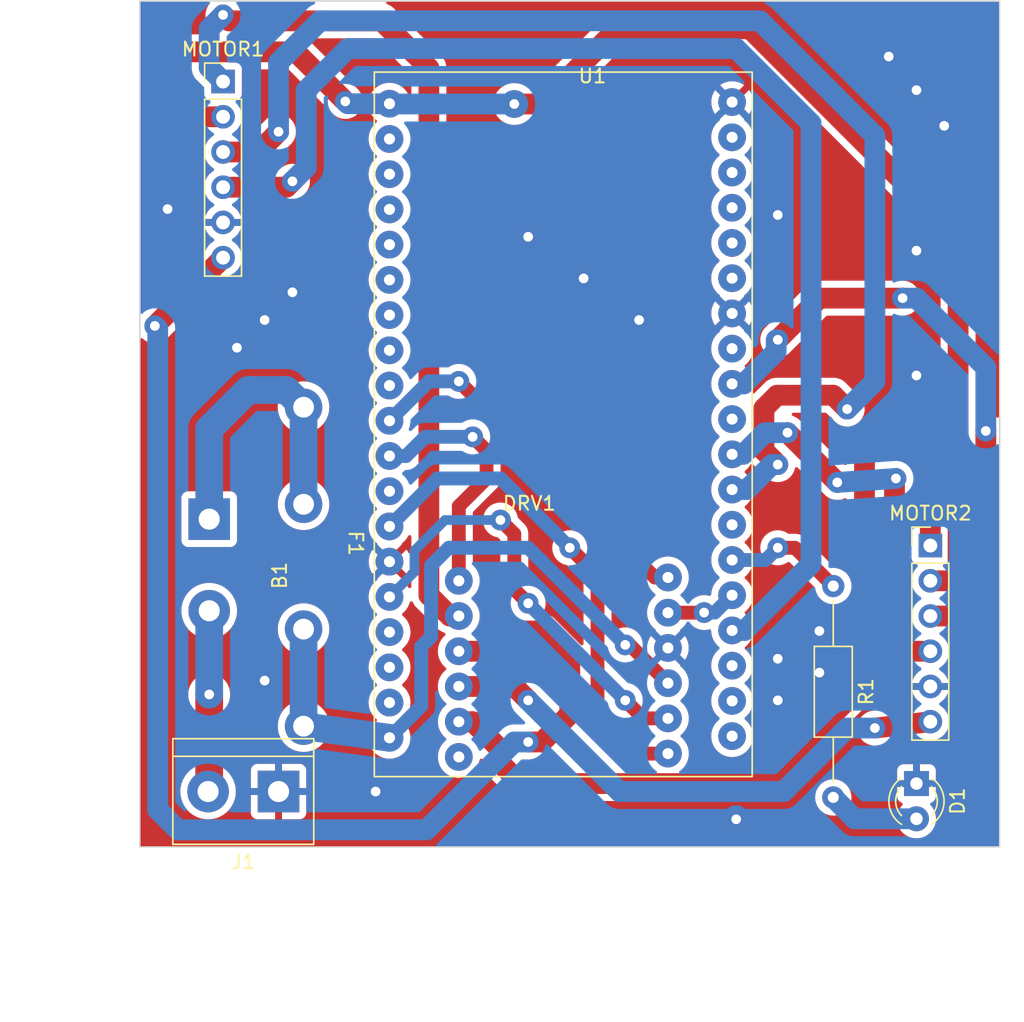
<source format=kicad_pcb>
(kicad_pcb (version 20221018) (generator pcbnew)
  (title_block (title "Placa 2.0"))
  (layers (0 "F.Cu" signal) (31 "B.Cu" signal) (34 "B.Paste" user) (35 "F.Paste" user) (36 "B.SilkS" user "B.Silkscreen") (37 "F.SilkS" user "F.Silkscreen") (38 "B.Mask" user) (39 "F.Mask" user) (44 "Edge.Cuts" user))
  (net 0 "")
  (net 1 "Earth")
  (net 2 "Net-(D1-A)")
  (net 3 "Net-(M1-SCL)")
  (net 4 "Net-(M1-SDA)")
  (net 5 "Net-(MOTOR1-Pin_3)")
  (net 6 "Net-(MOTOR1-Pin_4)")
  (net 7 "Net-(MOTOR2-Pin_3)")
  (net 8 "Net-(U1-G0)")
  (net 16 "Net-(DRV1-VCC)")
  (net 28 "Net-(M1-VCC)")
  (net 29 "Net-(DRV1-OUT1)")
  (net 30 "Net-(DRV1-OUT2)")
  (net 31 "Net-(DRV1-OUT3)")
  (net 33 "Net-(DRV1-IN4)")
  (net 34 "Net-(DRV1-EEP)")
  (net 36 "Net-(DRV1-IN1)")
  (net 37 "Net-(DRV1-IN2)")
  (net 39 "Net-(DRV1-IN3)")
  (net 41 "Net-(J1-Pin_1)")
  (footprint "Connector_PinHeader_2.54mm:PinHeader_1x06_P2.54mm_Vertical" (layer "F.Cu") (at 143 108.265)
    (fp_text reference "MOTOR2" (at 0 -2.33) (layer "F.SilkS"))
    (fp_text value "Conn_01x06_Male")
    (fp_line (start -1.33 -1.33) (end 0 -1.33) (stroke (width 0.12)) (layer "F.SilkS"))
    (fp_line (start -1.33 0) (end -1.33 -1.33) (stroke (width 0.12)) (layer "F.SilkS"))
    (fp_line (start -1.33 1.27) (end -1.33 14.03) (stroke (width 0.12)) (layer "F.SilkS"))
    (fp_line (start -1.33 1.27) (end 1.33 1.27) (stroke (width 0.12)) (layer "F.SilkS"))
    (fp_line (start -1.33 14.03) (end 1.33 14.03) (stroke (width 0.12)) (layer "F.SilkS"))
    (fp_line (start 1.33 1.27) (end 1.33 14.03) (stroke (width 0.12)) (layer "F.SilkS"))
    (pad "1" thru_hole rect (at 0 0) (size 1.7 1.7) (drill 1) (layers "*.Cu" "*.Mask") (net 28 "Net-(M1-VCC)"))
    (pad "2" thru_hole oval (at 0 2.54) (size 1.7 1.7) (drill 1) (layers "*.Cu" "*.Mask") (net 28 "Net-(M1-VCC)"))
    (pad "3" thru_hole oval (at 0 5.08) (size 1.7 1.7) (drill 1) (layers "*.Cu" "*.Mask") (net 7 "Net-(MOTOR2-Pin_3)"))
    (pad "4" thru_hole oval (at 0 7.62) (size 1.7 1.7) (drill 1) (layers "*.Cu" "*.Mask") (net 28 "Net-(M1-VCC)"))
    (pad "5" thru_hole oval (at 0 10.16) (size 1.7 1.7) (drill 1) (layers "*.Cu" "*.Mask") (net 1 "Earth"))
    (pad "6" thru_hole oval (at 0 12.7) (size 1.7 1.7) (drill 1) (layers "*.Cu" "*.Mask") (net 31 "Net-(DRV1-OUT3)"))
  )
  (footprint "TerminalBlock:TerminalBlock_bornier-2_P5.08mm" (layer "F.Cu") (at 96 126 180)
    (fp_text reference "J1" (at 2.54 -5.08) (layer "F.SilkS"))
    (fp_text value "Conn_01x02_Male")
    (fp_line (start -2.54 -3.81) (end -2.54 3.81) (stroke (width 0.12)) (layer "F.SilkS"))
    (fp_line (start -2.54 3.81) (end 7.62 3.81) (stroke (width 0.12)) (layer "F.SilkS"))
    (fp_line (start 7.62 -3.81) (end -2.54 -3.81) (stroke (width 0.12)) (layer "F.SilkS"))
    (fp_line (start 7.62 2.54) (end -2.54 2.54) (stroke (width 0.12)) (layer "F.SilkS"))
    (fp_line (start 7.62 3.81) (end 7.62 -3.81) (stroke (width 0.12)) (layer "F.SilkS"))
    (pad "1" thru_hole circle (at 5.08 0 180) (size 3 3) (drill 1.52) (layers "*.Cu" "*.Mask") (net 41 "Net-(J1-Pin_1)") (clearance 0.5))
    (pad "e" thru_hole rect (at 0 0 180) (size 3 3) (drill 1.52) (layers "*.Cu" "*.Mask") (net 1 "Earth"))
  )
  (footprint "LED_THT:LED_D3.0mm" (layer "F.Cu") (at 142 125.425 -90)
    (fp_text reference "D1" (at 1.27 -2.96 -270) (layer "F.SilkS"))
    (fp_text value "LED")
    (fp_line (start -0.29 -1.236) (end -0.29 -1.08) (stroke (width 0.12)) (layer "F.SilkS"))
    (fp_line (start -0.29 1.08) (end -0.29 1.236) (stroke (width 0.12)) (layer "F.SilkS"))
    (fp_arc (start -0.29 -1.235516) (mid 1.366487 -1.987659) (end 2.942335 -1.078608) (stroke (width 0.12)) (layer "F.SilkS"))
    (fp_arc (start 0.229039 -1.08) (mid 1.270117 -1.5) (end 2.31113 -1.079837) (stroke (width 0.12)) (layer "F.SilkS"))
    (fp_arc (start 2.31113 1.079837) (mid 1.270117 1.5) (end 0.229039 1.08) (stroke (width 0.12)) (layer "F.SilkS"))
    (fp_arc (start 2.942335 1.078608) (mid 1.366487 1.987659) (end -0.29 1.235516) (stroke (width 0.12)) (layer "F.SilkS"))
    (pad "1" thru_hole rect (at 0 0 270) (size 1.8 1.8) (drill 0.9) (layers "*.Cu" "*.Mask") (net 1 "Earth"))
    (pad "2" thru_hole circle (at 2.54 0 270) (size 1.8 1.8) (drill 0.9) (layers "*.Cu" "*.Mask") (net 2 "Net-(D1-A)"))
  )
  (footprint "TerminalBlock:TerminalBlock_bornier-2_P5.08mm" (layer "F.Cu") (at 91 107.885 -90)
    (fp_text reference "B1" (at 2.54 -5.08 90) (layer "F.SilkS"))
    (fp_text value "SWITCH")
    (pad "1" thru_hole rect (at -1.524 0 270) (size 3 3) (drill 1.52) (layers "*.Cu" "*.Mask") (net 16 "Net-(DRV1-VCC)"))
    (pad "2" thru_hole circle (at 5.08 0 270) (size 3 3) (drill 1.52) (layers "*.Cu" "*.Mask") (net 41 "Net-(J1-Pin_1)"))
  )
  (footprint "Connector_PinHeader_2.54mm:PinHeader_1x06_P2.54mm_Vertical" (layer "F.Cu") (at 92 74.805)
    (fp_text reference "MOTOR1" (at 0 -2.33) (layer "F.SilkS"))
    (fp_text value "Conn_01x06_Male")
    (fp_line (start -1.33 -1.33) (end 0 -1.33) (stroke (width 0.12)) (layer "F.SilkS"))
    (fp_line (start -1.33 0) (end -1.33 -1.33) (stroke (width 0.12)) (layer "F.SilkS"))
    (fp_line (start -1.33 1.27) (end -1.33 14.03) (stroke (width 0.12)) (layer "F.SilkS"))
    (fp_line (start -1.33 1.27) (end 1.33 1.27) (stroke (width 0.12)) (layer "F.SilkS"))
    (fp_line (start -1.33 14.03) (end 1.33 14.03) (stroke (width 0.12)) (layer "F.SilkS"))
    (fp_line (start 1.33 1.27) (end 1.33 14.03) (stroke (width 0.12)) (layer "F.SilkS"))
    (pad "1" thru_hole rect (at 0 0) (size 1.7 1.7) (drill 1) (layers "*.Cu" "*.Mask") (net 29 "Net-(DRV1-OUT1)"))
    (pad "2" thru_hole oval (at 0 2.54) (size 1.7 1.7) (drill 1) (layers "*.Cu" "*.Mask") (net 28 "Net-(M1-VCC)"))
    (pad "3" thru_hole oval (at 0 5.08) (size 1.7 1.7) (drill 1) (layers "*.Cu" "*.Mask") (net 5 "Net-(MOTOR1-Pin_3)"))
    (pad "4" thru_hole oval (at 0 7.62) (size 1.7 1.7) (drill 1) (layers "*.Cu" "*.Mask") (net 6 "Net-(MOTOR1-Pin_4)"))
    (pad "5" thru_hole oval (at 0 10.16) (size 1.7 1.7) (drill 1) (layers "*.Cu" "*.Mask") (net 1 "Earth"))
    (pad "6" thru_hole oval (at 0 12.7) (size 1.7 1.7) (drill 1) (layers "*.Cu" "*.Mask") (net 30 "Net-(DRV1-OUT2)"))
  )
  (footprint "ESP 38:ESP 38 PINOS" (layer "F.Cu") (at 116.905 100.505)
    (fp_text reference "U1" (at 1.732 -26.095 unlocked) (layer "F.SilkS"))
    (fp_text value "ESP38PINOS")
    (fp_rect (start -14 -26.38) (end 13.248 24.42) (stroke (width 0.12)) (fill none) (layer "F.SilkS"))
    (pad "A0" thru_hole circle (at -12.905 -24.1) (size 2 2) (drill 0.8) (layers "*.Cu" "*.Mask") (net 28 "Net-(M1-VCC)"))
    (pad "A1" thru_hole circle (at -12.905 -21.56) (size 2 2) (drill 0.8) (layers "*.Cu" "*.Mask" "B.Paste"))
    (pad "A2" thru_hole circle (at -12.905 -19.02) (size 2 2) (drill 0.8) (layers "*.Cu" "B.Mask"))
    (pad "A3" thru_hole circle (at -12.905 -16.48) (size 2 2) (drill 0.8) (layers "*.Cu" "*.Mask" "Eco1.User"))
    (pad "A4" thru_hole circle (at -12.905 -13.94) (size 2 2) (drill 0.8) (layers "*.Cu" "*.Mask"))
    (pad "A5" thru_hole circle (at -12.905 -11.4) (size 2 2) (drill 0.8) (layers "*.Cu" "*.Mask" "Eco1.User"))
    (pad "A6" thru_hole circle (at -12.905 -8.86) (size 2 2) (drill 0.8) (layers "*.Cu" "*.Mask"))
    (pad "A7" thru_hole circle (at -12.905 -6.32) (size 2 2) (drill 0.8) (layers "*.Cu" "*.Mask"))
    (pad "A8" thru_hole circle (at -12.905 -3.78) (size 2 2) (drill 0.8) (layers "*.Cu" "*.Mask"))
    (pad "A9" thru_hole circle (at -12.905 -1.24) (size 2 2) (drill 0.8) (layers "*.Cu" "*.Mask") (net 33 "Net-(DRV1-IN4)"))
    (pad "A10" thru_hole circle (at -12.905 1.3) (size 2 2) (drill 0.8) (layers "*.Cu" "*.Mask") (net 34 "Net-(DRV1-EEP)"))
    (pad "A11" thru_hole circle (at -12.905 3.84) (size 2 2) (drill 0.8) (layers "*.Cu" "*.Mask"))
    (pad "A12" thru_hole circle (at -12.905 6.38) (size 2 2) (drill 0.8) (layers "*.Cu" "*.Mask") (net 36 "Net-(DRV1-IN1)"))
    (pad "A13" thru_hole circle (at -12.905 8.92) (size 2 2) (drill 0.8) (layers "*.Cu" "*.Mask") (net 1 "Earth"))
    (pad "A14" thru_hole circle (at -12.905 11.46) (size 2 2) (drill 0.8) (layers "*.Cu" "*.Mask") (net 37 "Net-(DRV1-IN2)"))
    (pad "A15" thru_hole circle (at -12.905 14) (size 2 2) (drill 0.8) (layers "*.Cu" "*.Mask"))
    (pad "A16" thru_hole circle (at -12.905 16.54) (size 2 2) (drill 0.8) (layers "*.Cu" "*.Mask"))
    (pad "A17" thru_hole circle (at -12.905 19.08) (size 2 2) (drill 0.8) (layers "*.Cu" "*.Mask"))
    (pad "A18" thru_hole circle (at -12.905 21.62) (size 2 2) (drill 0.8) (layers "*.Cu" "*.Mask") (net 16 "Net-(DRV1-VCC)"))
    (pad "A19" thru_hole circle (at 11.8 -24.22) (size 2 2) (drill 0.8) (layers "*.Cu" "*.Mask") (net 1 "Earth"))
    (pad "A20" thru_hole circle (at 11.8 -21.68) (size 2 2) (drill 0.8) (layers "*.Cu" "*.Mask"))
    (pad "A21" thru_hole circle (at 11.8 -19.14) (size 2 2) (drill 0.8) (layers "*.Cu" "*.Mask") (net 3 "Net-(M1-SCL)"))
    (pad "A22" thru_hole circle (at 11.8 -16.6) (size 2 2) (drill 0.8) (layers "*.Cu" "*.Mask"))
    (pad "A23" thru_hole circle (at 11.8 -14.06) (size 2 2) (drill 0.8) (layers "*.Cu" "*.Mask"))
    (pad "A24" thru_hole circle (at 11.8 -11.52) (size 2 2) (drill 0.8) (layers "*.Cu" "*.Mask") (net 4 "Net-(M1-SDA)"))
    (pad "A25" thru_hole circle (at 11.8 -8.98) (size 2 2) (drill 0.8) (layers "*.Cu" "*.Mask") (net 1 "Earth"))
    (pad "A26" thru_hole circle (at 11.8 -6.44) (size 2 2) (drill 0.8) (layers "*.Cu" "*.Mask"))
    (pad "A27" thru_hole circle (at 11.8 -3.9) (size 2 2) (drill 0.8) (layers "*.Cu" "*.Mask") (net 7 "Net-(MOTOR2-Pin_3)"))
    (pad "A28" thru_hole circle (at 11.8 -1.36) (size 2 2) (drill 0.8) (layers "*.Cu" "*.Mask"))
    (pad "A29" thru_hole circle (at 11.8 1.18) (size 2 2) (drill 0.8) (layers "*.Cu" "*.Mask") (net 28 "Net-(M1-VCC)"))
    (pad "A30" thru_hole circle (at 11.8 3.72) (size 2 2) (drill 0.8) (layers "*.Cu" "*.Mask") (net 5 "Net-(MOTOR1-Pin_3)"))
    (pad "A31" thru_hole circle (at 11.8 6.26) (size 2 2) (drill 0.8) (layers "*.Cu" "*.Mask"))
    (pad "A32" thru_hole circle (at 11.8 8.8) (size 2 2) (drill 0.8) (layers "*.Cu" "*.Mask") (net 8 "Net-(U1-G0)"))
    (pad "A33" thru_hole circle (at 11.8 11.34) (size 2 2) (drill 0.8) (layers "*.Cu" "*.Mask") (net 39 "Net-(DRV1-IN3)"))
    (pad "A34" thru_hole circle (at 11.8 13.88) (size 2 2) (drill 0.8) (layers "*.Cu" "*.Mask") (net 6 "Net-(MOTOR1-Pin_4)"))
    (pad "A35" thru_hole circle (at 11.8 16.42) (size 2 2) (drill 0.8) (layers "*.Cu" "*.Mask"))
    (pad "A36" thru_hole circle (at 11.8 18.96) (size 2 2) (drill 0.8) (layers "*.Cu" "*.Mask"))
    (pad "A37" thru_hole circle (at 11.8 21.5) (size 2 2) (drill 0.8) (layers "*.Cu" "*.Mask"))
  )
  (footprint "Resistor_THT:R_Axial_DIN0207_L6.3mm_D2.5mm_P15.24mm_Horizontal" (layer "F.Cu") (at 136 111.185 -90)
    (fp_text reference "R1" (at 7.62 -2.37 90) (layer "F.SilkS"))
    (fp_text value "R_US")
    (fp_line (start 1.04 0) (end 4.35 0) (stroke (width 0.12)) (layer "F.SilkS"))
    (fp_line (start 4.35 -1.37) (end 4.35 1.37) (stroke (width 0.12)) (layer "F.SilkS"))
    (fp_line (start 4.35 1.37) (end 10.89 1.37) (stroke (width 0.12)) (layer "F.SilkS"))
    (fp_line (start 10.89 -1.37) (end 4.35 -1.37) (stroke (width 0.12)) (layer "F.SilkS"))
    (fp_line (start 10.89 1.37) (end 10.89 -1.37) (stroke (width 0.12)) (layer "F.SilkS"))
    (fp_line (start 14.2 0) (end 10.89 0) (stroke (width 0.12)) (layer "F.SilkS"))
    (pad "1" thru_hole circle (at 0 0 270) (size 1.6 1.6) (drill 0.8) (layers "*.Cu" "*.Mask") (net 8 "Net-(U1-G0)"))
    (pad "2" thru_hole oval (at 15.24 0 270) (size 1.6 1.6) (drill 0.8) (layers "*.Cu" "*.Mask") (net 2 "Net-(D1-A)"))
  )
  (footprint "ESP 38:FUSIVEL" (layer "F.Cu") (at 108.804178 100.288214 -90)
    (fp_text reference "F1" (at 7.809694 7.239327 -90 unlocked) (layer "F.SilkS"))
    (fp_text value "Fusivel")
    (pad "A1" thru_hole circle (at -2 11 270) (size 2.7 2.7) (drill 1.5) (layers "*.Cu" "*.Mask") (net 16 "Net-(DRV1-VCC)"))
    (pad "A2" thru_hole circle (at 5 11 270) (size 2.7 2.7) (drill 1.5) (layers "*.Cu" "*.Mask") (net 16 "Net-(DRV1-VCC)"))
    (pad "A3" thru_hole circle (at 14 11 270) (size 2.7 2.7) (drill 1.5) (layers "*.Cu" "*.Mask") (net 16 "Net-(DRV1-VCC)"))
    (pad "A4" thru_hole circle (at 21 11 270) (size 2.7 2.7) (drill 1.5) (layers "*.Cu" "*.Mask") (net 16 "Net-(DRV1-VCC)"))
  )
  (footprint "DRV8833:DRV8833" (layer "F.Cu") (at 114.08 105.725)
    (fp_text reference "DRV1" (at 0 -0.5 unlocked) (layer "F.SilkS"))
    (fp_text value "~")
    (pad "A0" thru_hole circle (at -5.08 5.08) (size 2 2) (drill 0.8) (layers "*.Cu" "*.Mask") (net 34 "Net-(DRV1-EEP)"))
    (pad "A1" thru_hole circle (at -5.08 7.62) (size 2 2) (drill 0.8) (layers "*.Cu" "*.Mask") (net 29 "Net-(DRV1-OUT1)"))
    (pad "A2" thru_hole circle (at -5.08 10.16) (size 2 2) (drill 0.8) (layers "*.Cu" "*.Mask") (net 30 "Net-(DRV1-OUT2)"))
    (pad "A3" thru_hole circle (at -5.08 12.7) (size 2 2) (drill 0.8) (layers "*.Cu" "*.Mask") (net 31 "Net-(DRV1-OUT3)"))
    (pad "A4" thru_hole circle (at -5.08 15.24) (size 2 2) (drill 0.8) (layers "*.Cu" "*.Mask") (net 28 "Net-(M1-VCC)"))
    (pad "A5" thru_hole circle (at -5.08 17.78) (size 2 2) (drill 0.8) (layers "*.Cu" "*.Mask"))
    (pad "A6" thru_hole circle (at 10 4.84) (size 2 2) (drill 0.8) (layers "*.Cu" "*.Mask") (net 33 "Net-(DRV1-IN4)"))
    (pad "A7" thru_hole circle (at 10 7.38) (size 2 2) (drill 0.8) (layers "*.Cu" "*.Mask") (net 39 "Net-(DRV1-IN3)"))
    (pad "A8" thru_hole circle (at 10 9.92) (size 2 2) (drill 0.8) (layers "*.Cu" "*.Mask") (net 1 "Earth"))
    (pad "A9" thru_hole circle (at 10 12.46) (size 2 2) (drill 0.8) (layers "*.Cu" "*.Mask") (net 16 "Net-(DRV1-VCC)"))
    (pad "A10" thru_hole circle (at 10 15) (size 2 2) (drill 0.8) (layers "*.Cu" "*.Mask") (net 37 "Net-(DRV1-IN2)"))
    (pad "A11" thru_hole circle (at 10 17.54) (size 2 2) (drill 0.8) (layers "*.Cu" "*.Mask") (net 36 "Net-(DRV1-IN1)"))
  )
  (gr_line (start 86 69) (end 86 130) (stroke (width 0.1)) (layer "Edge.Cuts"))
  (gr_line (start 148 69) (end 148 130) (stroke (width 0.1)) (layer "Edge.Cuts"))
  (gr_line (start 86 130) (end 148 130) (stroke (width 0.1)) (layer "Edge.Cuts"))
  (gr_line (start 86 69) (end 148 69) (stroke (width 0.1)) (layer "Edge.Cuts"))
  (via (at 140 73) (size 2) (drill 0.7) (layers "F.Cu" "B.Cu") (net 1))
  (via (at 132 119.425) (size 2) (drill 0.7) (layers "F.Cu" "B.Cu") (net 1))
  (via (at 142 87) (size 2) (drill 0.7) (layers "F.Cu" "B.Cu") (net 1))
  (via (at 129 128) (size 2) (drill 0.7) (layers "F.Cu" "B.Cu") (net 1))
  (via (at 88 84) (size 1.5) (drill 0.7) (layers "F.Cu" "B.Cu") (net 1))
  (via (at 135 114.425) (size 2) (drill 0.7) (layers "F.Cu" "B.Cu") (net 1))
  (via (at 144 78) (size 2) (drill 0.7) (layers "F.Cu" "B.Cu") (net 1))
  (via (at 122 92) (size 2) (drill 0.7) (layers "F.Cu" "B.Cu") (net 1))
  (via (at 118 89) (size 2) (drill 0.7) (layers "F.Cu" "B.Cu") (net 1))
  (via (at 142 96) (size 2) (drill 0.7) (layers "F.Cu" "B.Cu") (net 1))
  (via (at 132 116.425) (size 2) (drill 0.7) (layers "F.Cu" "B.Cu") (net 1))
  (via (at 97 90) (size 2) (drill 0.7) (layers "F.Cu" "B.Cu") (net 1))
  (via (at 114 86) (size 2) (drill 0.7) (layers "F.Cu" "B.Cu") (net 1))
  (via (at 132 84.425) (size 2) (drill 0.7) (layers "F.Cu" "B.Cu") (net 1))
  (via (at 93 94) (size 2) (drill 0.7) (layers "F.Cu" "B.Cu") (net 1))
  (via (at 142 75.425) (size 2) (drill 0.7) (layers "F.Cu" "B.Cu") (net 1))
  (via (at 95 118) (size 2) (drill 0.7) (layers "F.Cu" "B.Cu") (net 1))
  (via (at 135 117.425) (size 2) (drill 0.7) (layers "F.Cu" "B.Cu") (net 1))
  (via (at 103 126) (size 2) (drill 0.7) (layers "F.Cu" "B.Cu") (net 1))
  (via (at 95 92) (size 2) (drill 0.7) (layers "F.Cu" "B.Cu") (net 1))
  (segment (start 137.54 127.965) (end 142 127.965) (width 1.5) (layer "B.Cu") (net 2))
  (segment (start 136 126.425) (end 137.54 127.965) (width 1.5) (layer "B.Cu") (net 2))
  (segment (start 137 98.425) (end 136 97.425) (width 1.5) (layer "F.Cu") (net 5))
  (segment (start 136 97.425) (end 131.947024 97.425) (width 1.5) (layer "F.Cu") (net 5))
  (segment (start 131.947024 97.425) (end 131 98.372024) (width 1.5) (layer "F.Cu") (net 5))
  (segment (start 94.54 79.885) (end 96 78.425) (width 1.5) (layer "F.Cu") (net 5))
  (segment (start 131 98.372024) (end 131 101.425) (width 1.5) (layer "F.Cu") (net 5))
  (segment (start 92 79.885) (end 94.54 79.885) (width 1.5) (layer "F.Cu") (net 5))
  (segment (start 131 101.425) (end 132 102.425) (width 1.5) (layer "F.Cu") (net 5))
  (via (at 132 102.425) (size 1.5) (drill 0.7) (layers "F.Cu" "B.Cu") (net 5))
  (via (at 137 98.425) (size 1.5) (drill 0.7) (layers "F.Cu" "B.Cu") (net 5))
  (via (at 96 78.425) (size 1.5) (drill 0.7) (layers "F.Cu" "B.Cu") (net 5))
  (segment (start 99 70.425) (end 96 73.425) (width 1.5) (layer "B.Cu") (net 5))
  (segment (start 131.575 102.425) (end 129.775 104.225) (width 1.5) (layer "B.Cu") (net 5))
  (segment (start 132 102.425) (end 131.575 102.425) (width 1.5) (layer "B.Cu") (net 5))
  (segment (start 137 98.425) (end 139 96.425) (width 1.5) (layer "B.Cu") (net 5))
  (segment (start 130.7125 70.425) (end 99 70.425) (width 1.5) (layer "B.Cu") (net 5))
  (segment (start 139 96.425) (end 139 78.7125) (width 1.5) (layer "B.Cu") (net 5))
  (segment (start 139 78.7125) (end 130.7125 70.425) (width 1.5) (layer "B.Cu") (net 5))
  (segment (start 129.775 104.225) (end 128.705 104.225) (width 1.5) (layer "B.Cu") (net 5))
  (segment (start 96 73.425) (end 96 78.425) (width 1.5) (layer "B.Cu") (net 5))
  (segment (start 97 82) (end 96.575 82.425) (width 1.5) (layer "F.Cu") (net 6))
  (segment (start 96.575 82.425) (end 92 82.425) (width 1.5) (layer "F.Cu") (net 6))
  (via (at 97 82) (size 1.5) (drill 0.7) (layers "F.Cu" "B.Cu") (net 6))
  (segment (start 134.3995 100.828664) (end 134.395496 100.832668) (width 1.5) (layer "B.Cu") (net 6))
  (segment (start 129 72.425) (end 134.3995 77.8245) (width 1.5) (layer "B.Cu") (net 6))
  (segment (start 134.395496 100.832668) (end 134.395496 109.604504) (width 1.5) (layer "B.Cu") (net 6))
  (segment (start 101 72.425) (end 129 72.425) (width 1.5) (layer "B.Cu") (net 6))
  (segment (start 98 81) (end 98 75.425) (width 1.5) (layer "B.Cu") (net 6))
  (segment (start 97 82) (end 98 81) (width 1.5) (layer "B.Cu") (net 6))
  (segment (start 98 75.425) (end 101 72.425) (width 1.5) (layer "B.Cu") (net 6))
  (segment (start 134.395496 109.604504) (end 129.615 114.385) (width 1.5) (layer "B.Cu") (net 6))
  (segment (start 129.615 114.385) (end 128.705 114.385) (width 1.5) (layer "B.Cu") (net 6))
  (segment (start 134.3995 77.8245) (end 134.3995 100.828664) (width 1.5) (layer "B.Cu") (net 6))
  (segment (start 141 90.425) (end 135 90.425) (width 1.5) (layer "F.Cu") (net 7))
  (segment (start 144.655 113.345) (end 143 113.345) (width 1.5) (layer "F.Cu") (net 7))
  (segment (start 147 111) (end 144.655 113.345) (width 1.5) (layer "F.Cu") (net 7))
  (segment (start 135 90.425) (end 132 93.425) (width 1.5) (layer "F.Cu") (net 7))
  (segment (start 147 100) (end 147 111) (width 1.5) (layer "F.Cu") (net 7))
  (via (at 132 93.425) (size 1.5) (drill 0.7) (layers "F.Cu" "B.Cu") (net 7))
  (via (at 141 90.425) (size 1.5) (drill 0.7) (layers "F.Cu" "B.Cu") (net 7))
  (via (at 147 100) (size 1.5) (drill 0.7) (layers "F.Cu" "B.Cu") (net 7))
  (segment (start 147 100) (end 147 95.425) (width 1.5) (layer "B.Cu") (net 7))
  (segment (start 129.55 96.605) (end 128.705 96.605) (width 1.5) (layer "B.Cu") (net 7))
  (segment (start 132 93.425) (end 131.885 93.425) (width 1) (layer "B.Cu") (net 7))
  (segment (start 147 95.425) (end 142 90.425) (width 1.5) (layer "B.Cu") (net 7))
  (segment (start 131.885 94.27) (end 129.55 96.605) (width 1.5) (layer "B.Cu") (net 7))
  (segment (start 142 90.425) (end 141 90.425) (width 1.5) (layer "B.Cu") (net 7))
  (segment (start 131.885 93.425) (end 131.885 94.27) (width 1.5) (layer "B.Cu") (net 7))
  (segment (start 133.24 108.425) (end 136 111.185) (width 1) (layer "F.Cu") (net 8))
  (segment (start 132 108.425) (end 133.24 108.425) (width 1) (layer "F.Cu") (net 8))
  (via (at 132 108.425) (size 1.5) (drill 0.7) (layers "F.Cu" "B.Cu") (net 8))
  (segment (start 132 108.425) (end 131.12 109.305) (width 1) (layer "B.Cu") (net 8))
  (segment (start 131.12 109.305) (end 128.705 109.305) (width 1) (layer "B.Cu") (net 8))
  (segment (start 121.32 115.425) (end 121 115.425) (width 1) (layer "F.Cu") (net 16))
  (segment (start 124.08 118.185) (end 121.32 115.425) (width 1) (layer "F.Cu") (net 16))
  (via (at 121 115.425) (size 1.5) (drill 0.7) (layers "F.Cu" "B.Cu") (net 16))
  (segment (start 91 106.361) (end 91 99.85) (width 2) (layer "B.Cu") (net 16))
  (segment (start 107 109.700418) (end 107 114.839691) (width 1) (layer "B.Cu") (net 16))
  (segment (start 106.290077 115.549614) (end 106.290077 119.834923) (width 1) (layer "B.Cu") (net 16))
  (segment (start 93.804178 97.045822) (end 96.561786 97.045822) (width 2) (layer "B.Cu") (net 16))
  (segment (start 114 108.425) (end 108.275418 108.425) (width 1) (layer "B.Cu") (net 16))
  (segment (start 97.804178 121.288214) (end 104 122.125) (width 2) (layer "B.Cu") (net 16))
  (segment (start 97.804178 114.288214) (end 97.804178 121.288214) (width 2) (layer "B.Cu") (net 16))
  (segment (start 107 114.839691) (end 106.290077 115.549614) (width 1) (layer "B.Cu") (net 16))
  (segment (start 96.561786 97.045822) (end 97.804178 98.288214) (width 2) (layer "B.Cu") (net 16))
  (segment (start 106.290077 119.834923) (end 104 122.125) (width 1) (layer "B.Cu") (net 16))
  (segment (start 97.804178 98.288214) (end 97.804178 105.288214) (width 2) (layer "B.Cu") (net 16))
  (segment (start 91 99.85) (end 93.804178 97.045822) (width 2) (layer "B.Cu") (net 16))
  (segment (start 121 115.425) (end 114 108.425) (width 1) (layer "B.Cu") (net 16))
  (segment (start 108.275418 108.425) (end 107 109.700418) (width 1) (layer "B.Cu") (net 16))
  (segment (start 112 122.965) (end 112 123.965) (width 1.5) (layer "F.Cu") (net 28))
  (segment (start 138.252526 118.172474) (end 138.252526 101.172474) (width 1.5) (layer "F.Cu") (net 28))
  (segment (start 140.414151 103.528389) (end 140.414151 114.839151) (width 1.5) (layer "F.Cu") (net 28))
  (segment (start 88 76) (end 89.345 77.345) (width 1.5) (layer "F.Cu") (net 28))
  (segment (start 89.33644 72.66356) (end 88 74) (width 1.5) (layer "F.Cu") (net 28))
  (segment (start 130 71) (end 145 86) (width 1.5) (layer "F.Cu") (net 28))
  (segment (start 89.345 77.345) (end 92 77.345) (width 1.5) (layer "F.Cu") (net 28))
  (segment (start 140 99.425) (end 142 99.425) (width 1.5) (layer "F.Cu") (net 28))
  (segment (start 136.2875 103.7125) (end 132.6995 100.1245) (width 1.5) (layer "F.Cu") (net 28))
  (segment (start 97.23856 72.66356) (end 89.33644 72.66356) (width 1.5) (layer "F.Cu") (net 28))
  (segment (start 100.812452 76.237452) (end 97.23856 72.66356) (width 1.5) (layer "F.Cu") (net 28))
  (segment (start 140.414151 114.839151) (end 141.46 115.885) (width 1.5) (layer "F.Cu") (net 28))
  (segment (start 131 125.425) (end 138.252526 118.172474) (width 1.5) (layer "F.Cu") (net 28))
  (segment (start 145 86) (end 145 110.1825) (width 1.5) (layer "F.Cu") (net 28))
  (segment (start 143 100.425) (end 143 108.265) (width 1.5) (layer "F.Cu") (net 28))
  (segment (start 145 110.1825) (end 144.3775 110.805) (width 1.5) (layer "F.Cu") (net 28))
  (segment (start 144.3775 110.805) (end 143 110.805) (width 1.5) (layer "F.Cu") (net 28))
  (segment (start 112 123.965) (end 113.46 125.425) (width 1.5) (layer "F.Cu") (net 28))
  (segment (start 140.51754 103.425) (end 140.414151 103.528389) (width 1) (layer "F.Cu") (net 28))
  (segment (start 141.46 115.885) (end 143 115.885) (width 1.5) (layer "F.Cu") (net 28))
  (segment (start 113 76.425) (end 115 76.425) (width 1.5) (layer "F.Cu") (net 28))
  (segment (start 110 120.965) (end 112 122.965) (width 1.5) (layer "F.Cu") (net 28))
  (segment (start 113.46 125.425) (end 131 125.425) (width 1.5) (layer "F.Cu") (net 28))
  (segment (start 138.252526 101.172474) (end 140 99.425) (width 1.5) (layer "F.Cu") (net 28))
  (segment (start 109.217717 120.965) (end 110 120.965) (width 1.5) (layer "F.Cu") (net 28))
  (segment (start 120.425 71) (end 130 71) (width 1.5) (layer "F.Cu") (net 28))
  (segment (start 115 76.425) (end 120.425 71) (width 1.5) (layer "F.Cu") (net 28))
  (segment (start 142 99.425) (end 143 100.425) (width 1.5) (layer "F.Cu") (net 28))
  (segment (start 88 74) (end 88 76) (width 1.5) (layer "F.Cu") (net 28))
  (via (at 132.6995 100.1245) (size 1.5) (drill 0.7) (layers "F.Cu" "B.Cu") (net 28))
  (via (at 113 76.425) (size 2) (drill 0.7) (layers "F.Cu" "B.Cu") (net 28))
  (via (at 140.51754 103.425) (size 1.5) (drill 0.7) (layers "F.Cu" "B.Cu") (net 28))
  (via (at 100.812452 76.237452) (size 1.5) (drill 0.7) (layers "F.Cu" "B.Cu") (net 28))
  (via (at 136.2875 103.7125) (size 1.5) (drill 0.7) (layers "F.Cu" "B.Cu") (net 28))
  (segment (start 113 76.425) (end 104.02 76.425) (width 1.5) (layer "B.Cu") (net 28))
  (segment (start 131.0705 100.1245) (end 129.51 101.685) (width 1.5) (layer "B.Cu") (net 28))
  (segment (start 136.2875 103.7125) (end 140.51754 103.425) (width 1.5) (layer "B.Cu") (net 28))
  (segment (start 100.812452 76.237452) (end 100.98 76.405) (width 1) (layer "B.Cu") (net 28))
  (segment (start 132.6995 100.1245) (end 131.0705 100.1245) (width 1.5) (layer "B.Cu") (net 28))
  (segment (start 129.51 101.685) (end 128.705 101.685) (width 1.5) (layer "B.Cu") (net 28))
  (segment (start 100.98 76.405) (end 104 76.405) (width 1.5) (layer "B.Cu") (net 28))
  (segment (start 92.428646 70.428646) (end 103.428646 70.428646) (width 1.5) (layer "F.Cu") (net 29))
  (segment (start 106.839681 111.839681) (end 108.345 113.345) (width 1.5) (layer "F.Cu") (net 29))
  (segment (start 106.839681 73.839681) (end 106.839681 111.839681) (width 1.5) (layer "F.Cu") (net 29))
  (segment (start 103.428646 70.428646) (end 106.839681 73.839681) (width 1.5) (layer "F.Cu") (net 29))
  (segment (start 92 70) (end 92.428646 70.428646) (width 1.5) (layer "F.Cu") (net 29))
  (segment (start 108.345 113.345) (end 109 113.345) (width 1.5) (layer "F.Cu") (net 29))
  (via (at 92 70) (size 1.5) (drill 0.7) (layers "F.Cu" "B.Cu") (net 29))
  (segment (start 91 71) (end 91 73.805) (width 1.5) (layer "B.Cu") (net 29))
  (segment (start 92 70) (end 91 71) (width 1.5) (layer "B.Cu") (net 29))
  (segment (start 91 73.805) (end 92 74.805) (width 1.5) (layer "B.Cu") (net 29))
  (segment (start 87.08 92.425) (end 92 87.505) (width 1.5) (layer "F.Cu") (net 30))
  (segment (start 115 114.425) (end 112.575 114.425) (width 1.5) (layer "F.Cu") (net 30))
  (segment (start 114 122.425) (end 115 122.425) (width 1.5) (layer "F.Cu") (net 30))
  (segment (start 111.115 115.885) (end 109 115.885) (width 1.5) (layer "F.Cu") (net 30))
  (segment (start 112.575 114.425) (end 111.115 115.885) (width 1.5) (layer "F.Cu") (net 30))
  (segment (start 117 116.425) (end 115 114.425) (width 1.5) (layer "F.Cu") (net 30))
  (segment (start 115 122.425) (end 117 120.425) (width 1.5) (layer "F.Cu") (net 30))
  (segment (start 117 120.425) (end 117 116.425) (width 1.5) (layer "F.Cu") (net 30))
  (via (at 114 122.425) (size 1.5) (drill 0.7) (layers "F.Cu" "B.Cu") (net 30))
  (via (at 87.08 92.425) (size 1.5) (drill 0.7) (layers "F.Cu" "B.Cu") (net 30))
  (segment (start 114 122.425) (end 113 122.425) (width 1.5) (layer "B.Cu") (net 30))
  (segment (start 113 122.425) (end 106.665786 128.759214) (width 1.5) (layer "B.Cu") (net 30))
  (segment (start 88.742964 128.759214) (end 87.286713 127.302963) (width 1.5) (layer "B.Cu") (net 30))
  (segment (start 87.286713 127.302963) (end 87.286713 92.631713) (width 1.5) (layer "B.Cu") (net 30))
  (segment (start 87.286713 92.631713) (end 87.08 92.425) (width 1.5) (layer "B.Cu") (net 30))
  (segment (start 106.665786 128.759214) (end 88.742964 128.759214) (width 1.5) (layer "B.Cu") (net 30))
  (segment (start 109 118.425) (end 113 118.425) (width 1.5) (layer "F.Cu") (net 31))
  (segment (start 139 121.425) (end 143 120.965) (width 1.5) (layer "F.Cu") (net 31))
  (segment (start 113 118.425) (end 114 119.425) (width 1.5) (layer "F.Cu") (net 31))
  (via (at 139 121.425) (size 1.5) (drill 0.7) (layers "F.Cu" "B.Cu") (net 31))
  (via (at 114 119.425) (size 1.5) (drill 0.7) (layers "F.Cu" "B.Cu") (net 31))
  (segment (start 139 121.425) (end 137 121.425) (width 1.5) (layer "B.Cu") (net 31))
  (segment (start 132.425 126) (end 120.575 126) (width 1.5) (layer "B.Cu") (net 31))
  (segment (start 137 121.425) (end 132.425 126) (width 1.5) (layer "B.Cu") (net 31))
  (segment (start 120.575 126) (end 114 119.425) (width 1.5) (layer "B.Cu") (net 31))
  (segment (start 124.08 110.565) (end 123.14 110.565) (width 1) (layer "F.Cu") (net 33))
  (segment (start 123.14 110.565) (end 109 96.425) (width 1) (layer "F.Cu") (net 33))
  (via (at 109 96.425) (size 1.5) (drill 0.7) (layers "F.Cu" "B.Cu") (net 33))
  (segment (start 106.84 96.425) (end 104 99.265) (width 1) (layer "B.Cu") (net 33))
  (segment (start 109 96.425) (end 106.84 96.425) (width 1) (layer "B.Cu") (net 33))
  (segment (start 109 105.425) (end 111 103.425) (width 1) (layer "F.Cu") (net 34))
  (segment (start 109 110.805) (end 109 105.425) (width 1) (layer "F.Cu") (net 34))
  (segment (start 111 101.425) (end 110 100.425) (width 1) (layer "F.Cu") (net 34))
  (segment (start 111 103.425) (end 111 101.425) (width 1) (layer "F.Cu") (net 34))
  (via (at 110 100.425) (size 1.5) (drill 0.7) (layers "F.Cu" "B.Cu") (net 34))
  (segment (start 110 100.425) (end 106.575 100.425) (width 1) (layer "B.Cu") (net 34))
  (segment (start 105.195 101.805) (end 104 101.805) (width 1) (layer "B.Cu") (net 34))
  (segment (start 106.575 100.425) (end 105.195 101.805) (width 1) (layer "B.Cu") (net 34))
  (segment (start 117 108.425) (end 119 110.425) (width 1) (layer "F.Cu") (net 36))
  (segment (start 119 110.425) (end 119 120.425) (width 1) (layer "F.Cu") (net 36))
  (segment (start 119 120.425) (end 121.84 123.265) (width 1) (layer "F.Cu") (net 36))
  (segment (start 121.84 123.265) (end 124.08 123.265) (width 1) (layer "F.Cu") (net 36))
  (via (at 117 108.425) (size 1.5) (drill 0.7) (layers "F.Cu" "B.Cu") (net 36))
  (segment (start 112 103.425) (end 107.46 103.425) (width 1) (layer "B.Cu") (net 36))
  (segment (start 117 108.425) (end 112 103.425) (width 1) (layer "B.Cu") (net 36))
  (segment (start 107.46 103.425) (end 104 106.885) (width 1) (layer "B.Cu") (net 36))
  (segment (start 113 111.425) (end 114 112.425) (width 1) (layer "F.Cu") (net 37))
  (segment (start 124.08 120.725) (end 122.3 120.725) (width 1) (layer "F.Cu") (net 37))
  (segment (start 112 106.425) (end 113 107.425) (width 1) (layer "F.Cu") (net 37))
  (segment (start 113 107.425) (end 113 111.425) (width 1) (layer "F.Cu") (net 37))
  (segment (start 122.3 120.725) (end 121 119.425) (width 1) (layer "F.Cu") (net 37))
  (via (at 112 106.425) (size 1.5) (drill 0.7) (layers "F.Cu" "B.Cu") (net 37))
  (via (at 114 112.425) (size 1.5) (drill 0.7) (layers "F.Cu" "B.Cu") (net 37))
  (via (at 121 119.425) (size 1.5) (drill 0.7) (layers "F.Cu" "B.Cu") (net 37))
  (segment (start 121 119.425) (end 114 112.425) (width 1) (layer "B.Cu") (net 37))
  (segment (start 105.8 110.165) (end 104 111.965) (width 0.7) (layer "B.Cu") (net 37))
  (segment (start 108 106.425) (end 105.8 108.625) (width 0.7) (layer "B.Cu") (net 37))
  (segment (start 105.8 108.625) (end 105.8 110.165) (width 0.7) (layer "B.Cu") (net 37))
  (segment (start 112 106.425) (end 108 106.425) (width 0.7) (layer "B.Cu") (net 37))
  (segment (start 124.08 113.105) (end 126.676186 113.105) (width 1) (layer "F.Cu") (net 39))
  (segment (start 126.676186 113.105) (end 126.685944 113.095242) (width 1) (layer "F.Cu") (net 39))
  (via (at 126.685944 113.095242) (size 1.5) (drill 0.7) (layers "F.Cu" "B.Cu") (net 39))
  (segment (start 128.705 111.845) (end 127.454758 113.095242) (width 1) (layer "B.Cu") (net 39))
  (segment (start 127.454758 113.095242) (end 126.685944 113.095242) (width 1) (layer "B.Cu") (net 39))
  (segment (start 91 125.92) (end 90.92 126) (width 1.5) (layer "F.Cu") (net 41))
  (segment (start 91 119) (end 91 125.92) (width 2) (layer "F.Cu") (net 41))
  (via (at 91 119) (size 2) (drill 0.7) (layers "F.Cu" "B.Cu") (net 41))
  (segment (start 91 112.965) (end 91 119) (width 2) (layer "B.Cu") (net 41))
  (zone (net 1) (net_name "Earth") (layers "F&B.Cu") (connect_pads (clearance 0.508)) (min_thickness 0.25) (fill yes (thermal_gap 0.5) (thermal_bridge_width 0.5))
    (polygon (pts (xy 86 69) (xy 148 69) (xy 148 130) (xy 86 130)))
  )
)
</source>
